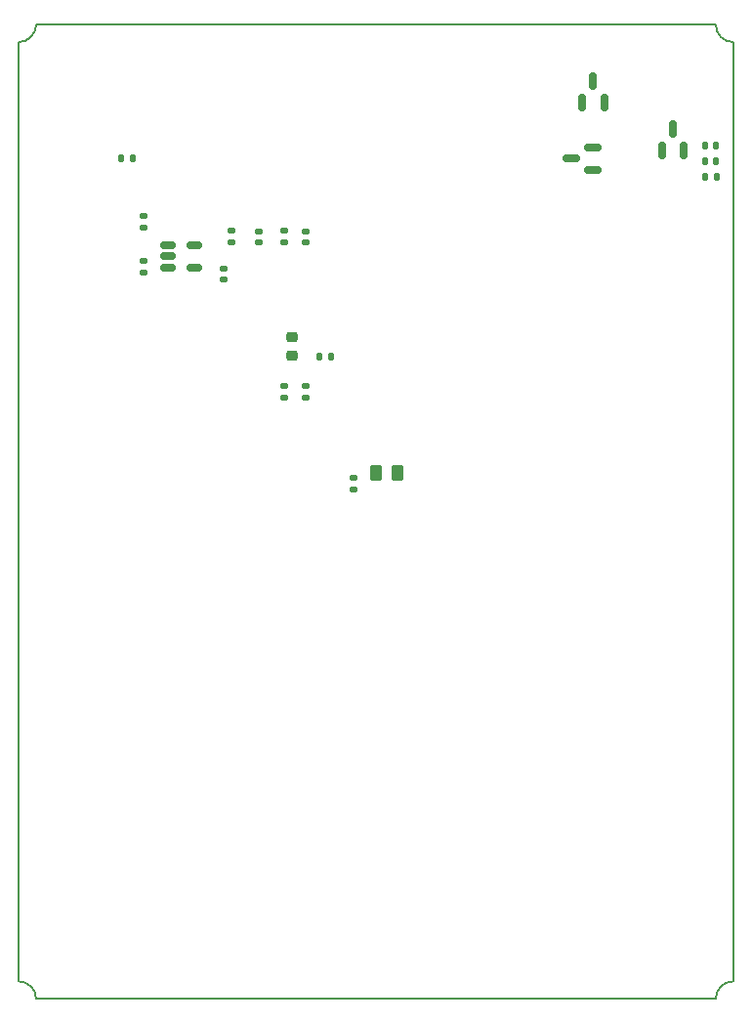
<source format=gbr>
%TF.GenerationSoftware,KiCad,Pcbnew,9.0.2*%
%TF.CreationDate,2025-07-11T15:34:56+01:00*%
%TF.ProjectId,FastStepper,46617374-5374-4657-9070-65722e6b6963,rev?*%
%TF.SameCoordinates,PX71f712cPY8e18f40*%
%TF.FileFunction,Paste,Bot*%
%TF.FilePolarity,Positive*%
%FSLAX46Y46*%
G04 Gerber Fmt 4.6, Leading zero omitted, Abs format (unit mm)*
G04 Created by KiCad (PCBNEW 9.0.2) date 2025-07-11 15:34:56*
%MOMM*%
%LPD*%
G01*
G04 APERTURE LIST*
G04 Aperture macros list*
%AMRoundRect*
0 Rectangle with rounded corners*
0 $1 Rounding radius*
0 $2 $3 $4 $5 $6 $7 $8 $9 X,Y pos of 4 corners*
0 Add a 4 corners polygon primitive as box body*
4,1,4,$2,$3,$4,$5,$6,$7,$8,$9,$2,$3,0*
0 Add four circle primitives for the rounded corners*
1,1,$1+$1,$2,$3*
1,1,$1+$1,$4,$5*
1,1,$1+$1,$6,$7*
1,1,$1+$1,$8,$9*
0 Add four rect primitives between the rounded corners*
20,1,$1+$1,$2,$3,$4,$5,0*
20,1,$1+$1,$4,$5,$6,$7,0*
20,1,$1+$1,$6,$7,$8,$9,0*
20,1,$1+$1,$8,$9,$2,$3,0*%
G04 Aperture macros list end*
%ADD10RoundRect,0.135000X-0.185000X0.135000X-0.185000X-0.135000X0.185000X-0.135000X0.185000X0.135000X0*%
%ADD11RoundRect,0.140000X-0.140000X-0.170000X0.140000X-0.170000X0.140000X0.170000X-0.140000X0.170000X0*%
%ADD12RoundRect,0.150000X0.150000X-0.587500X0.150000X0.587500X-0.150000X0.587500X-0.150000X-0.587500X0*%
%ADD13RoundRect,0.135000X-0.135000X-0.185000X0.135000X-0.185000X0.135000X0.185000X-0.135000X0.185000X0*%
%ADD14RoundRect,0.225000X0.250000X-0.225000X0.250000X0.225000X-0.250000X0.225000X-0.250000X-0.225000X0*%
%ADD15RoundRect,0.140000X-0.170000X0.140000X-0.170000X-0.140000X0.170000X-0.140000X0.170000X0.140000X0*%
%ADD16RoundRect,0.135000X0.185000X-0.135000X0.185000X0.135000X-0.185000X0.135000X-0.185000X-0.135000X0*%
%ADD17RoundRect,0.150000X-0.512500X-0.150000X0.512500X-0.150000X0.512500X0.150000X-0.512500X0.150000X0*%
%ADD18RoundRect,0.140000X0.170000X-0.140000X0.170000X0.140000X-0.170000X0.140000X-0.170000X-0.140000X0*%
%ADD19RoundRect,0.150000X0.587500X0.150000X-0.587500X0.150000X-0.587500X-0.150000X0.587500X-0.150000X0*%
%ADD20RoundRect,0.140000X0.140000X0.170000X-0.140000X0.170000X-0.140000X-0.170000X0.140000X-0.170000X0*%
%ADD21RoundRect,0.250000X0.262500X0.450000X-0.262500X0.450000X-0.262500X-0.450000X0.262500X-0.450000X0*%
%TA.AperFunction,Profile*%
%ADD22C,0.152400*%
%TD*%
%TA.AperFunction,Profile*%
%ADD23C,0.150000*%
%TD*%
G04 APERTURE END LIST*
D10*
%TO.C,R20*%
X10800000Y63929400D03*
X10800000Y62909400D03*
%TD*%
D11*
%TO.C,C23*%
X59498900Y73925000D03*
X60458900Y73925000D03*
%TD*%
D12*
%TO.C,D5*%
X50748900Y77662500D03*
X48848900Y77662500D03*
X49798900Y79537500D03*
%TD*%
D13*
%TO.C,R3*%
X59488900Y71187500D03*
X60508900Y71187500D03*
%TD*%
D10*
%TO.C,R19*%
X23000000Y66529400D03*
X23000000Y65509400D03*
%TD*%
D14*
%TO.C,C15*%
X23700000Y55744400D03*
X23700000Y57294400D03*
%TD*%
D15*
%TO.C,C1*%
X17798000Y63247400D03*
X17798000Y62287400D03*
%TD*%
%TO.C,C42*%
X24900000Y66499400D03*
X24900000Y65539400D03*
%TD*%
D16*
%TO.C,R17*%
X18400000Y65509400D03*
X18400000Y66529400D03*
%TD*%
D12*
%TO.C,D4*%
X57648900Y73462500D03*
X55748900Y73462500D03*
X56698900Y75337500D03*
%TD*%
D17*
%TO.C,IC10*%
X12962500Y63369400D03*
X12962500Y64319400D03*
X12962500Y65269400D03*
X15237500Y65269400D03*
X15237500Y63369400D03*
%TD*%
D13*
%TO.C,R9*%
X26090000Y55619400D03*
X27110000Y55619400D03*
%TD*%
D10*
%TO.C,R21*%
X10800000Y67829400D03*
X10800000Y66809400D03*
%TD*%
D18*
%TO.C,C41*%
X20800000Y65539400D03*
X20800000Y66499400D03*
%TD*%
D19*
%TO.C,D6*%
X49736400Y73750000D03*
X49736400Y71850000D03*
X47861400Y72800000D03*
%TD*%
D15*
%TO.C,C16*%
X29000000Y45099400D03*
X29000000Y44139400D03*
%TD*%
D13*
%TO.C,R8*%
X8857000Y72815346D03*
X9877000Y72815346D03*
%TD*%
D10*
%TO.C,R7*%
X23024000Y53101400D03*
X23024000Y52081400D03*
%TD*%
D20*
%TO.C,C2*%
X60458900Y72556250D03*
X59498900Y72556250D03*
%TD*%
D16*
%TO.C,R4*%
X24877200Y52086600D03*
X24877200Y53106600D03*
%TD*%
D21*
%TO.C,L3*%
X32812500Y45519400D03*
X30987500Y45519400D03*
%TD*%
D22*
X60423900Y0D02*
G75*
G02*
X61923900Y1500000I1500000J0D01*
G01*
X1500000Y0D02*
X60423900Y0D01*
X0Y1500000D02*
G75*
G02*
X1500000Y0I0J-1500000D01*
G01*
X1500000Y84400000D02*
G75*
G02*
X0Y82900000I-1500000J0D01*
G01*
D23*
X61923900Y1500000D02*
X61923900Y82900000D01*
D22*
X60423900Y84400000D02*
X1500000Y84400000D01*
X0Y82900000D02*
X0Y1500000D01*
X61923900Y82900000D02*
G75*
G02*
X60423900Y84400000I0J1500000D01*
G01*
M02*

</source>
